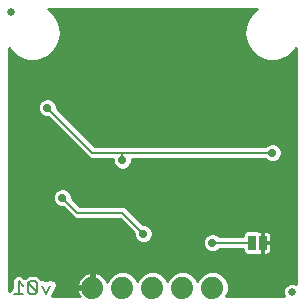
<source format=gbl>
G75*
%MOIN*%
%OFA0B0*%
%FSLAX25Y25*%
%IPPOS*%
%LPD*%
%AMOC8*
5,1,8,0,0,1.08239X$1,22.5*
%
%ADD10C,0.00800*%
%ADD11R,0.02500X0.05000*%
%ADD12C,0.07400*%
%ADD13C,0.02500*%
%ADD14C,0.01000*%
%ADD15C,0.02900*%
%ADD16C,0.00700*%
D10*
X0142329Y0047900D02*
X0145131Y0047900D01*
X0143730Y0047900D02*
X0143730Y0052104D01*
X0145131Y0050702D01*
X0146933Y0051403D02*
X0149735Y0048601D01*
X0149035Y0047900D01*
X0147634Y0047900D01*
X0146933Y0048601D01*
X0146933Y0051403D01*
X0147634Y0052104D01*
X0149035Y0052104D01*
X0149735Y0051403D01*
X0149735Y0048601D01*
X0151537Y0050702D02*
X0152938Y0047900D01*
X0154339Y0050702D01*
X0178333Y0075000D02*
X0185333Y0068000D01*
X0178333Y0075000D02*
X0163333Y0075000D01*
X0158333Y0080000D01*
D11*
X0221562Y0065000D03*
X0225105Y0065000D03*
D12*
X0208333Y0050000D03*
X0198333Y0050000D03*
X0188333Y0050000D03*
X0178333Y0050000D03*
X0168333Y0050000D03*
D13*
X0234833Y0048500D03*
X0141333Y0142000D03*
D14*
X0140433Y0129883D02*
X0140433Y0048974D01*
X0141459Y0050000D01*
X0141630Y0050000D01*
X0141630Y0052973D01*
X0142236Y0053580D01*
X0142860Y0054204D01*
X0144600Y0054204D01*
X0145464Y0053339D01*
X0145682Y0053122D01*
X0146750Y0054190D01*
X0146764Y0054204D01*
X0146764Y0054204D01*
X0148165Y0054204D01*
X0148165Y0054204D01*
X0148325Y0054204D01*
X0148503Y0054204D01*
X0148503Y0054204D01*
X0149905Y0054204D01*
X0151135Y0052973D01*
X0151135Y0052973D01*
X0151218Y0052891D01*
X0151376Y0052970D01*
X0152938Y0052449D01*
X0154500Y0052970D01*
X0156056Y0052192D01*
X0156607Y0050541D01*
X0154886Y0047100D01*
X0164013Y0047100D01*
X0163886Y0047275D01*
X0163514Y0048004D01*
X0163261Y0048782D01*
X0163148Y0049500D01*
X0167833Y0049500D01*
X0167833Y0050500D01*
X0163148Y0050500D01*
X0163261Y0051218D01*
X0163514Y0051996D01*
X0163886Y0052725D01*
X0164367Y0053388D01*
X0164946Y0053966D01*
X0165608Y0054447D01*
X0166337Y0054819D01*
X0167116Y0055072D01*
X0167833Y0055186D01*
X0167833Y0050500D01*
X0168833Y0050500D01*
X0168833Y0055186D01*
X0169551Y0055072D01*
X0170329Y0054819D01*
X0171059Y0054447D01*
X0171721Y0053966D01*
X0172300Y0053388D01*
X0172781Y0052725D01*
X0173152Y0051996D01*
X0173224Y0051776D01*
X0173755Y0053059D01*
X0175274Y0054578D01*
X0177259Y0055400D01*
X0179407Y0055400D01*
X0181392Y0054578D01*
X0182911Y0053059D01*
X0183333Y0052040D01*
X0183755Y0053059D01*
X0185274Y0054578D01*
X0187259Y0055400D01*
X0189407Y0055400D01*
X0191392Y0054578D01*
X0192911Y0053059D01*
X0193333Y0052040D01*
X0193755Y0053059D01*
X0195274Y0054578D01*
X0197259Y0055400D01*
X0199407Y0055400D01*
X0201392Y0054578D01*
X0202911Y0053059D01*
X0203333Y0052040D01*
X0203755Y0053059D01*
X0205274Y0054578D01*
X0207259Y0055400D01*
X0209407Y0055400D01*
X0211392Y0054578D01*
X0212911Y0053059D01*
X0213733Y0051074D01*
X0213733Y0048926D01*
X0212977Y0047100D01*
X0232220Y0047100D01*
X0231883Y0047913D01*
X0231883Y0049087D01*
X0232332Y0050171D01*
X0233162Y0051001D01*
X0234247Y0051450D01*
X0235420Y0051450D01*
X0236233Y0051113D01*
X0236233Y0129883D01*
X0235645Y0128865D01*
X0235645Y0128865D01*
X0235645Y0128865D01*
X0233106Y0126734D01*
X0233106Y0126734D01*
X0229991Y0125600D01*
X0226676Y0125600D01*
X0223561Y0126734D01*
X0223561Y0126734D01*
X0221021Y0128865D01*
X0221021Y0128865D01*
X0219364Y0131735D01*
X0219364Y0131735D01*
X0218788Y0135000D01*
X0218788Y0135000D01*
X0219364Y0138265D01*
X0219364Y0138265D01*
X0221021Y0141135D01*
X0221021Y0141135D01*
X0221021Y0141135D01*
X0223124Y0142900D01*
X0153542Y0142900D01*
X0155645Y0141135D01*
X0155645Y0141135D01*
X0157303Y0138265D01*
X0157303Y0138265D01*
X0157878Y0135000D01*
X0157878Y0135000D01*
X0157303Y0131735D01*
X0157303Y0131735D01*
X0155645Y0128865D01*
X0155645Y0128865D01*
X0155645Y0128865D01*
X0153106Y0126734D01*
X0153106Y0126734D01*
X0149991Y0125600D01*
X0146676Y0125600D01*
X0143561Y0126734D01*
X0143561Y0126734D01*
X0141021Y0128865D01*
X0140433Y0129883D01*
X0140433Y0129873D02*
X0140439Y0129873D01*
X0140433Y0128875D02*
X0141015Y0128875D01*
X0140433Y0127876D02*
X0142199Y0127876D01*
X0143389Y0126878D02*
X0140433Y0126878D01*
X0140433Y0125879D02*
X0145908Y0125879D01*
X0140433Y0124881D02*
X0236233Y0124881D01*
X0236233Y0125879D02*
X0230758Y0125879D01*
X0233278Y0126878D02*
X0236233Y0126878D01*
X0236233Y0127876D02*
X0234468Y0127876D01*
X0235651Y0128875D02*
X0236233Y0128875D01*
X0236228Y0129873D02*
X0236233Y0129873D01*
X0225908Y0125879D02*
X0150758Y0125879D01*
X0153278Y0126878D02*
X0223389Y0126878D01*
X0222199Y0127876D02*
X0154468Y0127876D01*
X0155651Y0128875D02*
X0221015Y0128875D01*
X0220439Y0129873D02*
X0156228Y0129873D01*
X0156804Y0130872D02*
X0219862Y0130872D01*
X0219340Y0131870D02*
X0157327Y0131870D01*
X0157503Y0132869D02*
X0219164Y0132869D01*
X0218988Y0133868D02*
X0157679Y0133868D01*
X0157855Y0134866D02*
X0218812Y0134866D01*
X0218941Y0135865D02*
X0157726Y0135865D01*
X0157550Y0136863D02*
X0219117Y0136863D01*
X0219293Y0137862D02*
X0157374Y0137862D01*
X0156959Y0138860D02*
X0219708Y0138860D01*
X0220284Y0139859D02*
X0156382Y0139859D01*
X0155806Y0140857D02*
X0220861Y0140857D01*
X0221880Y0141856D02*
X0154787Y0141856D01*
X0153597Y0142854D02*
X0223070Y0142854D01*
X0236233Y0123882D02*
X0140433Y0123882D01*
X0140433Y0122884D02*
X0236233Y0122884D01*
X0236233Y0121885D02*
X0140433Y0121885D01*
X0140433Y0120887D02*
X0236233Y0120887D01*
X0236233Y0119888D02*
X0140433Y0119888D01*
X0140433Y0118890D02*
X0236233Y0118890D01*
X0236233Y0117891D02*
X0140433Y0117891D01*
X0140433Y0116893D02*
X0236233Y0116893D01*
X0236233Y0115894D02*
X0140433Y0115894D01*
X0140433Y0114896D02*
X0236233Y0114896D01*
X0236233Y0113897D02*
X0140433Y0113897D01*
X0140433Y0112899D02*
X0152100Y0112899D01*
X0151549Y0112670D02*
X0150663Y0111784D01*
X0150183Y0110627D01*
X0150183Y0109373D01*
X0150663Y0108216D01*
X0151549Y0107330D01*
X0152707Y0106850D01*
X0153584Y0106850D01*
X0167484Y0092950D01*
X0175183Y0092950D01*
X0175183Y0091873D01*
X0175663Y0090716D01*
X0176549Y0089830D01*
X0177707Y0089350D01*
X0178960Y0089350D01*
X0180118Y0089830D01*
X0181004Y0090716D01*
X0181483Y0091873D01*
X0181483Y0092950D01*
X0225929Y0092950D01*
X0226549Y0092330D01*
X0227707Y0091850D01*
X0228960Y0091850D01*
X0230118Y0092330D01*
X0231004Y0093216D01*
X0231483Y0094373D01*
X0231483Y0095627D01*
X0231004Y0096784D01*
X0230118Y0097670D01*
X0228960Y0098150D01*
X0227707Y0098150D01*
X0226549Y0097670D01*
X0225929Y0097050D01*
X0169182Y0097050D01*
X0156483Y0109749D01*
X0156483Y0110627D01*
X0156004Y0111784D01*
X0155118Y0112670D01*
X0153960Y0113150D01*
X0152707Y0113150D01*
X0151549Y0112670D01*
X0150779Y0111900D02*
X0140433Y0111900D01*
X0140433Y0110902D02*
X0150297Y0110902D01*
X0150183Y0109903D02*
X0140433Y0109903D01*
X0140433Y0108905D02*
X0150377Y0108905D01*
X0150972Y0107906D02*
X0140433Y0107906D01*
X0140433Y0106908D02*
X0152567Y0106908D01*
X0154525Y0105909D02*
X0140433Y0105909D01*
X0140433Y0104911D02*
X0155523Y0104911D01*
X0156522Y0103912D02*
X0140433Y0103912D01*
X0140433Y0102914D02*
X0157521Y0102914D01*
X0158519Y0101915D02*
X0140433Y0101915D01*
X0140433Y0100917D02*
X0159518Y0100917D01*
X0160516Y0099918D02*
X0140433Y0099918D01*
X0140433Y0098920D02*
X0161515Y0098920D01*
X0162513Y0097921D02*
X0140433Y0097921D01*
X0140433Y0096923D02*
X0163512Y0096923D01*
X0164510Y0095924D02*
X0140433Y0095924D01*
X0140433Y0094926D02*
X0165509Y0094926D01*
X0166507Y0093927D02*
X0140433Y0093927D01*
X0140433Y0092929D02*
X0175183Y0092929D01*
X0175183Y0091930D02*
X0140433Y0091930D01*
X0140433Y0090932D02*
X0175573Y0090932D01*
X0176446Y0089933D02*
X0140433Y0089933D01*
X0140433Y0088934D02*
X0236233Y0088934D01*
X0236233Y0087936D02*
X0140433Y0087936D01*
X0140433Y0086937D02*
X0236233Y0086937D01*
X0236233Y0085939D02*
X0140433Y0085939D01*
X0140433Y0084940D02*
X0236233Y0084940D01*
X0236233Y0083942D02*
X0140433Y0083942D01*
X0140433Y0082943D02*
X0157208Y0082943D01*
X0157707Y0083150D02*
X0156549Y0082670D01*
X0155663Y0081784D01*
X0155183Y0080627D01*
X0155183Y0079373D01*
X0155663Y0078216D01*
X0156549Y0077330D01*
X0157707Y0076850D01*
X0158513Y0076850D01*
X0161233Y0074130D01*
X0162463Y0072900D01*
X0177463Y0072900D01*
X0182183Y0068180D01*
X0182183Y0067373D01*
X0182663Y0066216D01*
X0183549Y0065330D01*
X0184707Y0064850D01*
X0185960Y0064850D01*
X0187118Y0065330D01*
X0188004Y0066216D01*
X0188483Y0067373D01*
X0188483Y0068627D01*
X0188004Y0069784D01*
X0187118Y0070670D01*
X0185960Y0071150D01*
X0185153Y0071150D01*
X0180433Y0075870D01*
X0179203Y0077100D01*
X0164203Y0077100D01*
X0161483Y0079820D01*
X0161483Y0080627D01*
X0161004Y0081784D01*
X0160118Y0082670D01*
X0158960Y0083150D01*
X0157707Y0083150D01*
X0159459Y0082943D02*
X0236233Y0082943D01*
X0236233Y0081945D02*
X0160843Y0081945D01*
X0161351Y0080946D02*
X0236233Y0080946D01*
X0236233Y0079948D02*
X0161483Y0079948D01*
X0162354Y0078949D02*
X0236233Y0078949D01*
X0236233Y0077951D02*
X0163352Y0077951D01*
X0159410Y0075954D02*
X0140433Y0075954D01*
X0140433Y0076952D02*
X0157460Y0076952D01*
X0155928Y0077951D02*
X0140433Y0077951D01*
X0140433Y0078949D02*
X0155359Y0078949D01*
X0155183Y0079948D02*
X0140433Y0079948D01*
X0140433Y0080946D02*
X0155316Y0080946D01*
X0155823Y0081945D02*
X0140433Y0081945D01*
X0140433Y0074955D02*
X0160408Y0074955D01*
X0161407Y0073957D02*
X0140433Y0073957D01*
X0140433Y0072958D02*
X0162405Y0072958D01*
X0178404Y0071960D02*
X0140433Y0071960D01*
X0140433Y0070961D02*
X0179402Y0070961D01*
X0180401Y0069963D02*
X0140433Y0069963D01*
X0140433Y0068964D02*
X0181399Y0068964D01*
X0182183Y0067966D02*
X0140433Y0067966D01*
X0140433Y0066967D02*
X0182352Y0066967D01*
X0182910Y0065969D02*
X0140433Y0065969D01*
X0140433Y0064970D02*
X0184416Y0064970D01*
X0186250Y0064970D02*
X0205183Y0064970D01*
X0205183Y0064373D02*
X0205183Y0065627D01*
X0205663Y0066784D01*
X0206549Y0067670D01*
X0207707Y0068150D01*
X0208960Y0068150D01*
X0210118Y0067670D01*
X0210738Y0067050D01*
X0218612Y0067050D01*
X0218612Y0068204D01*
X0219608Y0069200D01*
X0223516Y0069200D01*
X0223716Y0069000D01*
X0224980Y0069000D01*
X0224980Y0065125D01*
X0225230Y0065125D01*
X0227855Y0065125D01*
X0227855Y0067697D01*
X0227753Y0068079D01*
X0227555Y0068421D01*
X0227276Y0068700D01*
X0226934Y0068898D01*
X0226552Y0069000D01*
X0225230Y0069000D01*
X0225230Y0065125D01*
X0225230Y0064875D01*
X0227855Y0064875D01*
X0227855Y0062303D01*
X0227753Y0061921D01*
X0227555Y0061579D01*
X0227276Y0061300D01*
X0226934Y0061102D01*
X0226552Y0061000D01*
X0225230Y0061000D01*
X0225230Y0064875D01*
X0224980Y0064875D01*
X0224980Y0061000D01*
X0223716Y0061000D01*
X0223516Y0060800D01*
X0219608Y0060800D01*
X0218612Y0061796D01*
X0218612Y0062950D01*
X0210738Y0062950D01*
X0210118Y0062330D01*
X0208960Y0061850D01*
X0207707Y0061850D01*
X0206549Y0062330D01*
X0205663Y0063216D01*
X0205183Y0064373D01*
X0205350Y0063972D02*
X0140433Y0063972D01*
X0140433Y0062973D02*
X0205905Y0062973D01*
X0207406Y0061975D02*
X0140433Y0061975D01*
X0140433Y0060976D02*
X0219431Y0060976D01*
X0218612Y0061975D02*
X0209261Y0061975D01*
X0205325Y0065969D02*
X0187757Y0065969D01*
X0188315Y0066967D02*
X0205846Y0066967D01*
X0207262Y0067966D02*
X0188483Y0067966D01*
X0188343Y0068964D02*
X0219372Y0068964D01*
X0218612Y0067966D02*
X0209405Y0067966D01*
X0224980Y0067966D02*
X0225230Y0067966D01*
X0225230Y0068964D02*
X0224980Y0068964D01*
X0226686Y0068964D02*
X0236233Y0068964D01*
X0236233Y0067966D02*
X0227783Y0067966D01*
X0227855Y0066967D02*
X0236233Y0066967D01*
X0236233Y0065969D02*
X0227855Y0065969D01*
X0227855Y0063972D02*
X0236233Y0063972D01*
X0236233Y0064970D02*
X0225230Y0064970D01*
X0225230Y0063972D02*
X0224980Y0063972D01*
X0224980Y0062973D02*
X0225230Y0062973D01*
X0225230Y0061975D02*
X0224980Y0061975D01*
X0223692Y0060976D02*
X0236233Y0060976D01*
X0236233Y0059978D02*
X0140433Y0059978D01*
X0140433Y0058979D02*
X0236233Y0058979D01*
X0236233Y0057981D02*
X0140433Y0057981D01*
X0140433Y0056982D02*
X0236233Y0056982D01*
X0236233Y0055984D02*
X0140433Y0055984D01*
X0140433Y0054985D02*
X0166848Y0054985D01*
X0167833Y0054985D02*
X0168833Y0054985D01*
X0169818Y0054985D02*
X0176258Y0054985D01*
X0174683Y0053987D02*
X0171693Y0053987D01*
X0172590Y0052988D02*
X0173726Y0052988D01*
X0173313Y0051990D02*
X0173154Y0051990D01*
X0168833Y0051990D02*
X0167833Y0051990D01*
X0167833Y0052988D02*
X0168833Y0052988D01*
X0168833Y0053987D02*
X0167833Y0053987D01*
X0164974Y0053987D02*
X0150122Y0053987D01*
X0151120Y0052988D02*
X0164077Y0052988D01*
X0163512Y0051990D02*
X0156124Y0051990D01*
X0156457Y0050991D02*
X0163225Y0050991D01*
X0163228Y0048994D02*
X0155833Y0048994D01*
X0156332Y0049993D02*
X0167833Y0049993D01*
X0167833Y0050991D02*
X0168833Y0050991D01*
X0163519Y0047996D02*
X0155334Y0047996D01*
X0146547Y0053987D02*
X0144817Y0053987D01*
X0142643Y0053987D02*
X0140433Y0053987D01*
X0140433Y0052988D02*
X0141645Y0052988D01*
X0141630Y0051990D02*
X0140433Y0051990D01*
X0140433Y0050991D02*
X0141630Y0050991D01*
X0141452Y0049993D02*
X0140433Y0049993D01*
X0140433Y0048994D02*
X0140453Y0048994D01*
X0180409Y0054985D02*
X0186258Y0054985D01*
X0184683Y0053987D02*
X0181983Y0053987D01*
X0182941Y0052988D02*
X0183726Y0052988D01*
X0190409Y0054985D02*
X0196258Y0054985D01*
X0194683Y0053987D02*
X0191983Y0053987D01*
X0192941Y0052988D02*
X0193726Y0052988D01*
X0200409Y0054985D02*
X0206258Y0054985D01*
X0204683Y0053987D02*
X0201983Y0053987D01*
X0202941Y0052988D02*
X0203726Y0052988D01*
X0210409Y0054985D02*
X0236233Y0054985D01*
X0236233Y0053987D02*
X0211983Y0053987D01*
X0212941Y0052988D02*
X0236233Y0052988D01*
X0236233Y0051990D02*
X0213354Y0051990D01*
X0213733Y0050991D02*
X0233152Y0050991D01*
X0232259Y0049993D02*
X0213733Y0049993D01*
X0213733Y0048994D02*
X0231883Y0048994D01*
X0231883Y0047996D02*
X0213348Y0047996D01*
X0227767Y0061975D02*
X0236233Y0061975D01*
X0236233Y0062973D02*
X0227855Y0062973D01*
X0225230Y0065969D02*
X0224980Y0065969D01*
X0224980Y0066967D02*
X0225230Y0066967D01*
X0236233Y0069963D02*
X0187825Y0069963D01*
X0186415Y0070961D02*
X0236233Y0070961D01*
X0236233Y0071960D02*
X0184343Y0071960D01*
X0183345Y0072958D02*
X0236233Y0072958D01*
X0236233Y0073957D02*
X0182346Y0073957D01*
X0181348Y0074955D02*
X0236233Y0074955D01*
X0236233Y0075954D02*
X0180349Y0075954D01*
X0179351Y0076952D02*
X0236233Y0076952D01*
X0236233Y0089933D02*
X0180221Y0089933D01*
X0181093Y0090932D02*
X0236233Y0090932D01*
X0236233Y0091930D02*
X0229153Y0091930D01*
X0227514Y0091930D02*
X0181483Y0091930D01*
X0181483Y0092929D02*
X0225950Y0092929D01*
X0230717Y0092929D02*
X0236233Y0092929D01*
X0236233Y0093927D02*
X0231298Y0093927D01*
X0231483Y0094926D02*
X0236233Y0094926D01*
X0236233Y0095924D02*
X0231360Y0095924D01*
X0230866Y0096923D02*
X0236233Y0096923D01*
X0236233Y0097921D02*
X0229512Y0097921D01*
X0227154Y0097921D02*
X0168311Y0097921D01*
X0167313Y0098920D02*
X0236233Y0098920D01*
X0236233Y0099918D02*
X0166314Y0099918D01*
X0165316Y0100917D02*
X0236233Y0100917D01*
X0236233Y0101915D02*
X0164317Y0101915D01*
X0163319Y0102914D02*
X0236233Y0102914D01*
X0236233Y0103912D02*
X0162320Y0103912D01*
X0161322Y0104911D02*
X0236233Y0104911D01*
X0236233Y0105909D02*
X0160323Y0105909D01*
X0159325Y0106908D02*
X0236233Y0106908D01*
X0236233Y0107906D02*
X0158326Y0107906D01*
X0157328Y0108905D02*
X0236233Y0108905D01*
X0236233Y0109903D02*
X0156483Y0109903D01*
X0156369Y0110902D02*
X0236233Y0110902D01*
X0236233Y0111900D02*
X0155888Y0111900D01*
X0154566Y0112899D02*
X0236233Y0112899D01*
D15*
X0218333Y0115000D03*
X0173333Y0115000D03*
X0163333Y0115000D03*
X0153333Y0110000D03*
X0178333Y0092500D03*
X0158333Y0080000D03*
X0185333Y0068000D03*
X0203333Y0075000D03*
X0218333Y0075000D03*
X0208333Y0065000D03*
X0228333Y0095000D03*
D16*
X0178333Y0095000D01*
X0178333Y0092500D01*
X0178333Y0095000D02*
X0168333Y0095000D01*
X0153333Y0110000D01*
X0208333Y0065000D02*
X0221562Y0065000D01*
M02*

</source>
